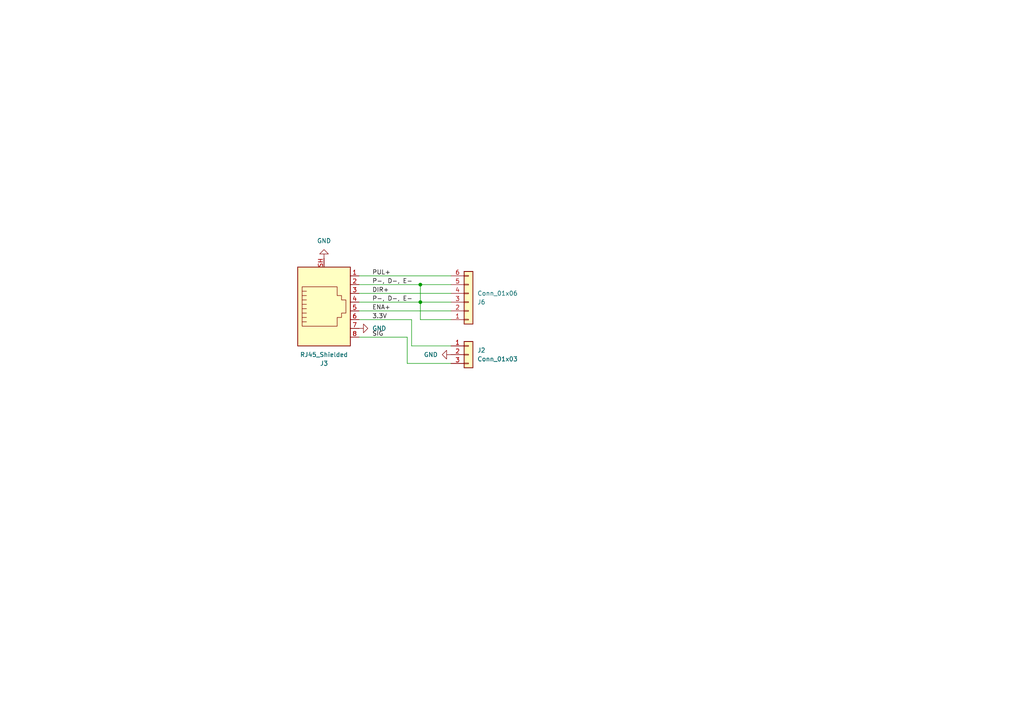
<source format=kicad_sch>
(kicad_sch (version 20230121) (generator eeschema)
  (paper "A4")
  (lib_symbols
    (symbol "Connector:RJ45_Shielded" (pin_names (offset 1.016))
      (property "Reference" "J" (at -5.08 13.97 0))
      (property "Value" "RJ45_Shielded" (at 2.54 13.97 0))
      (symbol "RJ45_Shielded_0_1"
        (polyline (pts (xy -5.08 4.445) (xy -6.35 4.445)))
        (polyline (pts (xy -5.08 5.715) (xy -6.35 5.715)))
        (polyline (pts (xy -6.35 -3.175) (xy -5.08 -3.175) (xy -5.08 -3.175)))
        (polyline (pts (xy -6.35 -1.905) (xy -5.08 -1.905) (xy -5.08 -1.905)))
        (polyline (pts (xy -6.35 -0.635) (xy -5.08 -0.635) (xy -5.08 -0.635)))
        (polyline (pts (xy -6.35 0.635) (xy -5.08 0.635) (xy -5.08 0.635)))
        (polyline (pts (xy -6.35 1.905) (xy -5.08 1.905) (xy -5.08 1.905)))
        (polyline (pts (xy -5.08 3.175) (xy -6.35 3.175) (xy -6.35 3.175)))
        (polyline (pts (xy -6.35 -4.445) (xy -6.35 6.985) (xy 3.81 6.985) (xy 3.81 4.445) (xy 5.08 4.445) (xy 5.08 3.175) (xy 6.35 3.175) (xy 6.35 -0.635) (xy 5.08 -0.635) (xy 5.08 -1.905) (xy 3.81 -1.905) (xy 3.81 -4.445) (xy -6.35 -4.445) (xy -6.35 -4.445)))
        (rectangle (start 7.62 12.7) (end -7.62 -10.16) (stroke (width 0.254)) (fill (type background)))
      )
      (symbol "RJ45_Shielded_1_1"
        (pin passive line (at 10.16 -7.62 180) (length 2.54) (name "~") (number "1"))
        (pin passive line (at 10.16 -5.08 180) (length 2.54) (name "~") (number "2"))
        (pin passive line (at 10.16 -2.54 180) (length 2.54) (name "~") (number "3"))
        (pin passive line (at 10.16 0 180) (length 2.54) (name "~") (number "4"))
        (pin passive line (at 10.16 2.54 180) (length 2.54) (name "~") (number "5"))
        (pin passive line (at 10.16 5.08 180) (length 2.54) (name "~") (number "6"))
        (pin passive line (at 10.16 7.62 180) (length 2.54) (name "~") (number "7"))
        (pin passive line (at 10.16 10.16 180) (length 2.54) (name "~") (number "8"))
        (pin passive line (at 0 -12.7 90) (length 2.54) (name "~") (number "SH"))
      )
    )
    (symbol "Connector_Generic:Conn_01x03" (pin_names (offset 1.016) hide)
      (property "Reference" "J" (at 0 5.08 0))
      (property "Value" "Conn_01x03" (at 0 -5.08 0))
      (symbol "Conn_01x03_1_1"
        (rectangle (start -1.27 -2.413) (end 0 -2.667) (stroke (width 0.1524)))
        (rectangle (start -1.27 0.127) (end 0 -0.127) (stroke (width 0.1524)))
        (rectangle (start -1.27 2.667) (end 0 2.413) (stroke (width 0.1524)))
        (rectangle (start -1.27 3.81) (end 1.27 -3.81) (stroke (width 0.254)) (fill (type background)))
        (pin passive line (at -5.08 2.54 0) (length 3.81) (name "Pin_1") (number "1"))
        (pin passive line (at -5.08 0 0) (length 3.81) (name "Pin_2") (number "2"))
        (pin passive line (at -5.08 -2.54 0) (length 3.81) (name "Pin_3") (number "3"))
      )
    )
    (symbol "Connector_Generic:Conn_01x06" (pin_names (offset 1.016) hide)
      (property "Reference" "J" (at 0 7.62 0))
      (property "Value" "Conn_01x06" (at 0 -10.16 0))
      (symbol "Conn_01x06_1_1"
        (rectangle (start -1.27 -7.493) (end 0 -7.747) (stroke (width 0.1524)))
        (rectangle (start -1.27 -4.953) (end 0 -5.207) (stroke (width 0.1524)))
        (rectangle (start -1.27 -2.413) (end 0 -2.667) (stroke (width 0.1524)))
        (rectangle (start -1.27 0.127) (end 0 -0.127) (stroke (width 0.1524)))
        (rectangle (start -1.27 2.667) (end 0 2.413) (stroke (width 0.1524)))
        (rectangle (start -1.27 5.207) (end 0 4.953) (stroke (width 0.1524)))
        (rectangle (start -1.27 6.35) (end 1.27 -8.89) (stroke (width 0.254)) (fill (type background)))
        (pin passive line (at -5.08 5.08 0) (length 3.81) (name "Pin_1") (number "1"))
        (pin passive line (at -5.08 2.54 0) (length 3.81) (name "Pin_2") (number "2"))
        (pin passive line (at -5.08 0 0) (length 3.81) (name "Pin_3") (number "3"))
        (pin passive line (at -5.08 -2.54 0) (length 3.81) (name "Pin_4") (number "4"))
        (pin passive line (at -5.08 -5.08 0) (length 3.81) (name "Pin_5") (number "5"))
        (pin passive line (at -5.08 -7.62 0) (length 3.81) (name "Pin_6") (number "6"))
      )
    )
    (symbol "power:GND" (power) (pin_names (offset 0))
      (property "Value" "GND" (at 0 -3.81 0))
      (symbol "GND_0_1"
        (polyline (pts (xy 0 0) (xy 0 -1.27) (xy 1.27 -1.27) (xy 0 -2.54) (xy -1.27 -1.27) (xy 0 -1.27)))
      )
      (symbol "GND_1_1"
        (pin power_in line (at 0 0 270) (length 0) hide (name "GND") (number "1"))
      )
    )
  )
  (junction (at 121.92 82.55))
  (junction (at 121.92 87.63))
  (wire (pts (xy 119.38 92.71) (xy 119.38 100.33)))
  (wire (pts (xy 104.14 85.09) (xy 130.81 85.09)))
  (wire (pts (xy 121.92 82.55) (xy 121.92 87.63)))
  (wire (pts (xy 119.38 100.33) (xy 130.81 100.33)))
  (wire (pts (xy 104.14 90.17) (xy 130.81 90.17)))
  (wire (pts (xy 121.92 92.71) (xy 121.92 87.63)))
  (wire (pts (xy 121.92 82.55) (xy 130.81 82.55)))
  (wire (pts (xy 118.11 97.79) (xy 118.11 105.41)))
  (wire (pts (xy 130.81 92.71) (xy 121.92 92.71)))
  (wire (pts (xy 121.92 87.63) (xy 130.81 87.63)))
  (wire (pts (xy 104.14 97.79) (xy 118.11 97.79)))
  (wire (pts (xy 104.14 82.55) (xy 121.92 82.55)))
  (wire (pts (xy 104.14 80.01) (xy 130.81 80.01)))
  (wire (pts (xy 118.11 105.41) (xy 130.81 105.41)))
  (wire (pts (xy 104.14 92.71) (xy 119.38 92.71)))
  (wire (pts (xy 104.14 87.63) (xy 121.92 87.63)))
  (label "ENA+" (at 107.95 90.17 0))
  (label "PUL+" (at 107.95 80.01 0))
  (label "DIR+" (at 107.95 85.09 0))
  (label "3.3V" (at 107.95 92.71 0))
  (label "P-, D-, E-" (at 107.95 82.55 0))
  (label "P-, D-, E-" (at 107.95 87.63 0))
  (label "SIG" (at 107.95 97.79 0))
  (symbol (lib_id "Connector_Generic:Conn_01x06") (at 135.89 87.63 0) (mirror x) (unit 1)
    (property "Reference" "J6" (at 138.43 87.63 0) (effects (justify left)))
    (property "Value" "Conn_01x06" (at 138.43 85.09 0) (effects (justify left)))
    (property "Footprint" "Clockdiv-KiCad:Terminalblock_1x6_3.81mm" (effects hide))
  )
  (symbol (lib_id "power:GND") (at 104.14 95.25 90) (unit 1)
    (property "Reference" "#PWR02" (effects hide))
    (property "Value" "GND" (at 107.95 95.25 90) (effects (justify right)))
  )
  (symbol (lib_id "power:GND") (at 130.81 102.87 270) (unit 1)
    (property "Reference" "#PWR05" (effects hide))
    (property "Value" "GND" (at 127 102.87 90) (effects (justify right)))
  )
  (symbol (lib_id "Connector:RJ45_Shielded") (at 93.98 87.63 0) (mirror x) (unit 1)
    (property "Reference" "J3" (at 93.98 105.41 0))
    (property "Value" "RJ45_Shielded" (at 93.98 102.87 0))
    (property "Footprint" "Clockdiv-KiCad:RJ45_Conrad_1586526" (effects hide))
  )
  (symbol (lib_id "Connector_Generic:Conn_01x03") (at 135.89 102.87 0) (unit 1)
    (property "Reference" "J2" (at 138.43 101.6 0) (effects (justify left)))
    (property "Value" "Conn_01x03" (at 138.43 104.14 0) (effects (justify left)))
    (property "Footprint" "Connector_PinHeader_2.54mm:PinHeader_1x03_P2.54mm_Vertical" (effects hide))
  )
  (symbol (lib_id "power:GND") (at 93.98 74.93 180) (unit 1)
    (property "Reference" "#PWR01" (effects hide))
    (property "Value" "GND" (at 93.98 69.85 0))
  )
)
</source>
